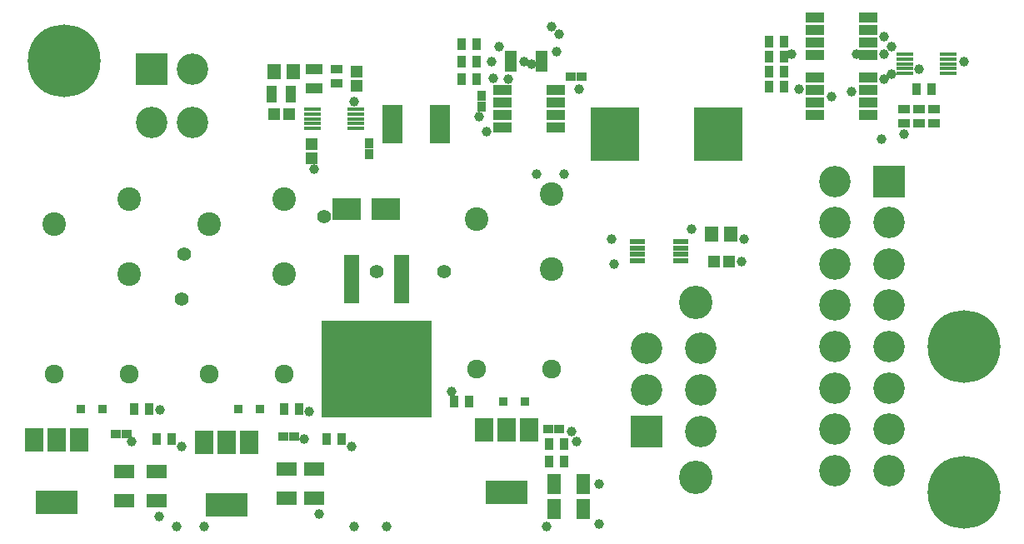
<source format=gts>
G04 #@! TF.FileFunction,Soldermask,Top*
%FSLAX46Y46*%
G04 Gerber Fmt 4.6, Leading zero omitted, Abs format (unit mm)*
G04 Created by KiCad (PCBNEW 4.0.7) date 07/22/18 16:04:12*
%MOMM*%
%LPD*%
G01*
G04 APERTURE LIST*
%ADD10C,0.100000*%
%ADD11R,1.500000X5.000000*%
%ADD12R,11.200000X9.800000*%
%ADD13C,1.924000*%
%ADD14R,1.000000X0.900000*%
%ADD15R,0.900000X1.000000*%
%ADD16R,1.150000X1.200000*%
%ADD17R,1.200000X1.150000*%
%ADD18R,1.400000X1.650000*%
%ADD19R,0.900000X0.900000*%
%ADD20R,2.900000X2.200000*%
%ADD21R,2.000000X1.400000*%
%ADD22R,1.400000X2.000000*%
%ADD23R,3.200000X3.200000*%
%ADD24C,3.200000*%
%ADD25C,3.400000*%
%ADD26C,1.920000*%
%ADD27C,2.400000*%
%ADD28R,2.000000X3.900000*%
%ADD29R,4.900000X5.400000*%
%ADD30R,4.200000X2.400000*%
%ADD31R,1.900000X2.400000*%
%ADD32R,0.900000X1.300000*%
%ADD33R,1.300000X0.900000*%
%ADD34R,1.700000X1.100000*%
%ADD35R,1.100000X1.700000*%
%ADD36R,1.752400X0.452400*%
%ADD37R,1.950000X1.000000*%
%ADD38R,1.200000X0.700000*%
%ADD39R,1.552400X0.552400*%
%ADD40C,7.400000*%
%ADD41C,1.200000*%
%ADD42C,1.000000*%
%ADD43C,1.400000*%
G04 APERTURE END LIST*
D10*
D11*
X163830000Y-99127000D03*
X158750000Y-99127000D03*
D12*
X161290000Y-108277000D03*
D13*
X158590000Y-105802000D03*
X161290000Y-108102000D03*
X164190000Y-105802000D03*
X164190000Y-110802000D03*
X158590000Y-110802000D03*
D14*
X182160000Y-78486000D03*
X181060000Y-78486000D03*
D15*
X171958000Y-80476000D03*
X171958000Y-81576000D03*
D14*
X134832000Y-114808000D03*
X135932000Y-114808000D03*
X178774000Y-114300000D03*
X179874000Y-114300000D03*
X151850000Y-115062000D03*
X152950000Y-115062000D03*
D16*
X154686000Y-85356000D03*
X154686000Y-86856000D03*
X159258000Y-77990000D03*
X159258000Y-79490000D03*
D15*
X160528000Y-85302000D03*
X160528000Y-86402000D03*
D17*
X152388000Y-82296000D03*
X150888000Y-82296000D03*
D18*
X150892000Y-77978000D03*
X152892000Y-77978000D03*
D17*
X197092000Y-97282000D03*
X195592000Y-97282000D03*
D18*
X195342000Y-94488000D03*
X197342000Y-94488000D03*
D19*
X131234000Y-112268000D03*
X133434000Y-112268000D03*
X147236000Y-112268000D03*
X149436000Y-112268000D03*
X176360000Y-111506000D03*
X174160000Y-111506000D03*
D20*
X162274000Y-91948000D03*
X158274000Y-91948000D03*
D21*
X135636000Y-121642000D03*
X135636000Y-118642000D03*
X138938000Y-118642000D03*
X138938000Y-121642000D03*
D22*
X182348000Y-122428000D03*
X179348000Y-122428000D03*
X179348000Y-119888000D03*
X182348000Y-119888000D03*
D21*
X152146000Y-121388000D03*
X152146000Y-118388000D03*
X154940000Y-118388000D03*
X154940000Y-121388000D03*
D23*
X138430000Y-77724000D03*
D24*
X142630000Y-77724000D03*
X138430000Y-83224000D03*
X142630000Y-83224000D03*
D23*
X188722000Y-114554000D03*
D24*
X188722000Y-110354000D03*
X188722000Y-106154000D03*
X194222000Y-114554000D03*
X194222000Y-110354000D03*
X194222000Y-106154000D03*
D25*
X193762000Y-119254000D03*
X193762000Y-101454000D03*
D23*
X213360000Y-89154000D03*
D24*
X213360000Y-93354000D03*
X213360000Y-97554000D03*
X213360000Y-101754000D03*
X213360000Y-105954000D03*
X213360000Y-110154000D03*
X213360000Y-114354000D03*
X213360000Y-118554000D03*
X207860000Y-89154000D03*
X207860000Y-93354000D03*
X207860000Y-97554000D03*
X207860000Y-101754000D03*
X207860000Y-105954000D03*
X207860000Y-110154000D03*
X207860000Y-114354000D03*
X207860000Y-118554000D03*
D26*
X136144000Y-108712000D03*
D27*
X136144000Y-98552000D03*
X136144000Y-90932000D03*
X128524000Y-93472000D03*
D26*
X128524000Y-108712000D03*
X151892000Y-108712000D03*
D27*
X151892000Y-98552000D03*
X151892000Y-90932000D03*
X144272000Y-93472000D03*
D26*
X144272000Y-108712000D03*
X179070000Y-108204000D03*
D27*
X179070000Y-98044000D03*
X179070000Y-90424000D03*
X171450000Y-92964000D03*
D26*
X171450000Y-108204000D03*
D28*
X167794000Y-83312000D03*
X162914000Y-83312000D03*
D29*
X185504000Y-84328000D03*
X196004000Y-84328000D03*
D30*
X128778000Y-121768000D03*
D31*
X128778000Y-115468000D03*
X126478000Y-115468000D03*
X131078000Y-115468000D03*
D30*
X146050000Y-122022000D03*
D31*
X146050000Y-115722000D03*
X143750000Y-115722000D03*
X148350000Y-115722000D03*
D30*
X174498000Y-120752000D03*
D31*
X174498000Y-114452000D03*
X172198000Y-114452000D03*
X176798000Y-114452000D03*
D32*
X138950000Y-115316000D03*
X140450000Y-115316000D03*
X156222000Y-115316000D03*
X157722000Y-115316000D03*
X136664000Y-112268000D03*
X138164000Y-112268000D03*
X151904000Y-112268000D03*
X153404000Y-112268000D03*
X178828000Y-117602000D03*
X180328000Y-117602000D03*
X170676000Y-111506000D03*
X169176000Y-111506000D03*
X180328000Y-115824000D03*
X178828000Y-115824000D03*
X216166000Y-79756000D03*
X217666000Y-79756000D03*
D33*
X214884000Y-81800000D03*
X214884000Y-83300000D03*
X217932000Y-81800000D03*
X217932000Y-83300000D03*
X216408000Y-81800000D03*
X216408000Y-83300000D03*
D32*
X201180000Y-74930000D03*
X202680000Y-74930000D03*
X201180000Y-77978000D03*
X202680000Y-77978000D03*
X201180000Y-79502000D03*
X202680000Y-79502000D03*
X201180000Y-76454000D03*
X202680000Y-76454000D03*
X169938000Y-76962000D03*
X171438000Y-76962000D03*
X169938000Y-78740000D03*
X171438000Y-78740000D03*
X169938000Y-75184000D03*
X171438000Y-75184000D03*
D33*
X157226000Y-79236000D03*
X157226000Y-77736000D03*
D34*
X154940000Y-79690000D03*
X154940000Y-77790000D03*
D35*
X150688000Y-80264000D03*
X152588000Y-80264000D03*
D36*
X219370000Y-78216000D03*
X219370000Y-77716000D03*
X219370000Y-77216000D03*
X219370000Y-76716000D03*
X219370000Y-76216000D03*
X214970000Y-76216000D03*
X214970000Y-76716000D03*
X214970000Y-77216000D03*
X214970000Y-77716000D03*
X214970000Y-78216000D03*
D37*
X205834000Y-72517000D03*
X205834000Y-73787000D03*
X205834000Y-75057000D03*
X205834000Y-76327000D03*
X211234000Y-76327000D03*
X211234000Y-75057000D03*
X211234000Y-73787000D03*
X211234000Y-72517000D03*
X205834000Y-78613000D03*
X205834000Y-79883000D03*
X205834000Y-81153000D03*
X205834000Y-82423000D03*
X211234000Y-82423000D03*
X211234000Y-81153000D03*
X211234000Y-79883000D03*
X211234000Y-78613000D03*
D38*
X174980000Y-76212000D03*
X174980000Y-76712000D03*
X174980000Y-77212000D03*
X174980000Y-77712000D03*
X178080000Y-77712000D03*
X178080000Y-77212000D03*
X178080000Y-76712000D03*
X178080000Y-76212000D03*
D37*
X174084000Y-79883000D03*
X174084000Y-81153000D03*
X174084000Y-82423000D03*
X174084000Y-83693000D03*
X179484000Y-83693000D03*
X179484000Y-82423000D03*
X179484000Y-81153000D03*
X179484000Y-79883000D03*
D36*
X159172000Y-83804000D03*
X159172000Y-83304000D03*
X159172000Y-82804000D03*
X159172000Y-82304000D03*
X159172000Y-81804000D03*
X154772000Y-81804000D03*
X154772000Y-82304000D03*
X154772000Y-82804000D03*
X154772000Y-83304000D03*
X154772000Y-83804000D03*
D39*
X187792000Y-95291000D03*
X187792000Y-95941000D03*
X187792000Y-96591000D03*
X187792000Y-97241000D03*
X192192000Y-97241000D03*
X192192000Y-96591000D03*
X192192000Y-95941000D03*
X192192000Y-95291000D03*
D40*
X220980000Y-120747690D03*
D41*
X223605000Y-120747690D03*
X222836155Y-122603845D03*
X220980000Y-123372690D03*
X219123845Y-122603845D03*
X218355000Y-120747690D03*
X219123845Y-118891535D03*
X220980000Y-118122690D03*
X222836155Y-118891535D03*
D40*
X220980000Y-105996155D03*
D41*
X223605000Y-105996155D03*
X222836155Y-107852310D03*
X220980000Y-108621155D03*
X219123845Y-107852310D03*
X218355000Y-105996155D03*
X219123845Y-104140000D03*
X220980000Y-103371155D03*
X222836155Y-104140000D03*
D40*
X129540000Y-76883845D03*
D41*
X132165000Y-76883845D03*
X131396155Y-78740000D03*
X129540000Y-79508845D03*
X127683845Y-78740000D03*
X126915000Y-76883845D03*
X127683845Y-75027690D03*
X129540000Y-74258845D03*
X131396155Y-75027690D03*
D42*
X139325000Y-112425000D03*
X207518000Y-80518000D03*
X210058000Y-76200000D03*
X183896000Y-119888000D03*
X181102000Y-114554000D03*
X181610000Y-115570000D03*
X168910000Y-110490000D03*
X154432000Y-112522000D03*
X158750000Y-116078000D03*
X153924000Y-115316000D03*
X155448000Y-122936000D03*
X139192000Y-123190000D03*
X141478000Y-116078000D03*
X136398000Y-115570000D03*
X216408000Y-77724000D03*
X193294000Y-93980000D03*
X198628000Y-94996000D03*
X198374000Y-97282000D03*
X209550000Y-80010000D03*
X220980000Y-76962000D03*
X212852000Y-74422000D03*
X177038000Y-77216000D03*
X181864000Y-79756000D03*
X172466000Y-84074000D03*
X171704000Y-82550000D03*
X154940000Y-87884000D03*
X159004000Y-81026000D03*
D43*
X155956000Y-92710000D03*
D42*
X143764000Y-124206000D03*
X140970000Y-124206000D03*
X183896000Y-123952000D03*
X178562000Y-124206000D03*
X162306000Y-124206000D03*
X159004000Y-124206000D03*
D43*
X141478000Y-101092000D03*
X141732000Y-96520000D03*
D42*
X173168000Y-78734000D03*
X174718000Y-78759000D03*
X177546000Y-88392000D03*
X180340000Y-88392000D03*
X185166000Y-94996000D03*
X185420000Y-97536000D03*
X203454000Y-76200000D03*
X204216000Y-79756000D03*
X179070000Y-73406000D03*
X172974000Y-76962000D03*
X179578000Y-75946000D03*
X176276000Y-76962000D03*
X179832000Y-74168000D03*
X173736000Y-75438000D03*
D43*
X168148000Y-98298000D03*
X161290000Y-98298000D03*
D42*
X213614000Y-78232000D03*
X213614000Y-75438000D03*
X212852000Y-76200000D03*
X212852000Y-78740000D03*
X212598000Y-84836000D03*
X214884000Y-84328000D03*
M02*

</source>
